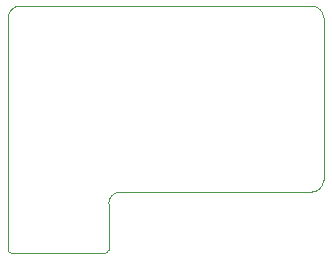
<source format=gbr>
%TF.GenerationSoftware,KiCad,Pcbnew,9.0.0*%
%TF.CreationDate,2025-07-16T00:49:38-07:00*%
%TF.ProjectId,microsd_express,6d696372-6f73-4645-9f65-787072657373,rev?*%
%TF.SameCoordinates,Original*%
%TF.FileFunction,Profile,NP*%
%FSLAX46Y46*%
G04 Gerber Fmt 4.6, Leading zero omitted, Abs format (unit mm)*
G04 Created by KiCad (PCBNEW 9.0.0) date 2025-07-16 00:49:38*
%MOMM*%
%LPD*%
G01*
G04 APERTURE LIST*
%TA.AperFunction,Profile*%
%ADD10C,0.050000*%
%TD*%
G04 APERTURE END LIST*
D10*
X130200000Y-62750000D02*
X130200000Y-76500000D01*
X129200000Y-77500000D02*
X113000000Y-77500000D01*
X103500000Y-78500000D02*
X103500000Y-62750000D01*
X104500000Y-61750000D02*
X129200000Y-61750000D01*
X103500000Y-62750000D02*
G75*
G02*
X104500000Y-61750000I1000000J0D01*
G01*
X129200000Y-61750000D02*
G75*
G02*
X130200000Y-62750000I0J-1000000D01*
G01*
X130200000Y-76500000D02*
G75*
G02*
X129200000Y-77500000I-1000000J0D01*
G01*
X112000000Y-78500000D02*
G75*
G02*
X113000000Y-77500000I1000000J0D01*
G01*
%TO.C,J2*%
X103500000Y-78500000D02*
X103500000Y-82400000D01*
X103800000Y-82700000D02*
X111700000Y-82700000D01*
X112000000Y-82400000D02*
X112000000Y-78500000D01*
X103800000Y-82700000D02*
G75*
G02*
X103500000Y-82400000I0J300000D01*
G01*
X112000000Y-82400000D02*
G75*
G02*
X111700000Y-82700000I-300000J0D01*
G01*
%TD*%
M02*

</source>
